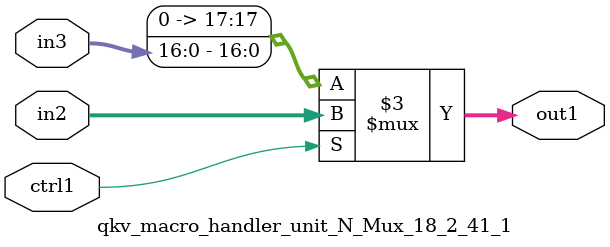
<source format=v>

`timescale 1ps / 1ps


module qkv_macro_handler_unit_N_Mux_18_2_41_1( in3, in2, ctrl1, out1 );

    input [16:0] in3;
    input [17:0] in2;
    input ctrl1;
    output [17:0] out1;
    reg [17:0] out1;

    
    // rtl_process:qkv_macro_handler_unit_N_Mux_18_2_41_1/qkv_macro_handler_unit_N_Mux_18_2_41_1_thread_1
    always @*
      begin : qkv_macro_handler_unit_N_Mux_18_2_41_1_thread_1
        case (ctrl1) 
          1'b1: 
            begin
              out1 = in2;
            end
          default: 
            begin
              out1 = {1'b0, in3};
            end
        endcase
      end

endmodule


</source>
